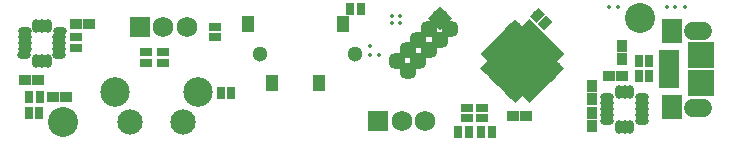
<source format=gbr>
G04 #@! TF.GenerationSoftware,KiCad,Pcbnew,(2016-12-18 revision 3ffa37c)-master*
G04 #@! TF.CreationDate,2017-03-25T21:08:44-07:00*
G04 #@! TF.ProjectId,Pensel,50656E73656C2E6B696361645F706362,rev?*
G04 #@! TF.FileFunction,Soldermask,Top*
G04 #@! TF.FilePolarity,Negative*
%FSLAX46Y46*%
G04 Gerber Fmt 4.6, Leading zero omitted, Abs format (unit mm)*
G04 Created by KiCad (PCBNEW (2016-12-18 revision 3ffa37c)-master) date Saturday, March 25, 2017 'PMt' 09:08:44 PM*
%MOMM*%
%LPD*%
G01*
G04 APERTURE LIST*
%ADD10C,0.100000*%
%ADD11C,2.540000*%
%ADD12R,1.750000X0.800000*%
%ADD13R,1.800000X2.000000*%
%ADD14R,2.300000X2.300000*%
%ADD15O,2.400000X1.520000*%
%ADD16C,0.350000*%
%ADD17R,0.800000X1.000000*%
%ADD18C,0.650000*%
%ADD19C,2.125000*%
%ADD20O,0.700000X1.150000*%
%ADD21O,1.150000X0.700000*%
%ADD22C,1.750000*%
%ADD23R,1.750000X1.750000*%
%ADD24C,0.800000*%
%ADD25R,0.900000X1.000000*%
%ADD26C,2.500000*%
%ADD27C,2.150000*%
%ADD28R,1.100000X1.400000*%
%ADD29C,1.300000*%
%ADD30R,1.000000X0.900000*%
%ADD31R,1.000000X0.800000*%
%ADD32C,1.450000*%
G04 APERTURE END LIST*
D10*
D11*
X103350000Y-140700000D03*
D12*
X105825000Y-143700000D03*
X105825000Y-144350000D03*
X105825000Y-146300000D03*
X105825000Y-145650000D03*
D13*
X106050000Y-148200000D03*
D14*
X108500000Y-146200000D03*
D15*
X108300000Y-148255000D03*
X108300000Y-141745000D03*
D14*
X108500000Y-143800000D03*
D13*
X106050000Y-141800000D03*
D12*
X105825000Y-145000000D03*
D16*
X94425000Y-143275000D03*
X83000000Y-140500000D03*
X83000000Y-141100000D03*
X94875000Y-143725000D03*
D17*
X90800000Y-150300000D03*
X89900000Y-150300000D03*
D18*
X92940381Y-141365507D03*
D10*
G36*
X92321663Y-141206408D02*
X92781282Y-140746789D01*
X93559099Y-141524606D01*
X93099480Y-141984225D01*
X92321663Y-141206408D01*
X92321663Y-141206408D01*
G37*
D18*
X92586827Y-141719060D03*
D10*
G36*
X91968109Y-141559961D02*
X92427728Y-141100342D01*
X93205545Y-141878159D01*
X92745926Y-142337778D01*
X91968109Y-141559961D01*
X91968109Y-141559961D01*
G37*
D18*
X92233274Y-142072614D03*
D10*
G36*
X91614556Y-141913515D02*
X92074175Y-141453896D01*
X92851992Y-142231713D01*
X92392373Y-142691332D01*
X91614556Y-141913515D01*
X91614556Y-141913515D01*
G37*
D18*
X91879720Y-142426167D03*
D10*
G36*
X91261002Y-142267068D02*
X91720621Y-141807449D01*
X92498438Y-142585266D01*
X92038819Y-143044885D01*
X91261002Y-142267068D01*
X91261002Y-142267068D01*
G37*
D18*
X91526167Y-142779720D03*
D10*
G36*
X90907449Y-142620621D02*
X91367068Y-142161002D01*
X92144885Y-142938819D01*
X91685266Y-143398438D01*
X90907449Y-142620621D01*
X90907449Y-142620621D01*
G37*
D18*
X91172614Y-143133274D03*
D10*
G36*
X90553896Y-142974175D02*
X91013515Y-142514556D01*
X91791332Y-143292373D01*
X91331713Y-143751992D01*
X90553896Y-142974175D01*
X90553896Y-142974175D01*
G37*
D18*
X90819060Y-143486827D03*
D10*
G36*
X90200342Y-143327728D02*
X90659961Y-142868109D01*
X91437778Y-143645926D01*
X90978159Y-144105545D01*
X90200342Y-143327728D01*
X90200342Y-143327728D01*
G37*
D18*
X90465507Y-143840381D03*
D10*
G36*
X89846789Y-143681282D02*
X90306408Y-143221663D01*
X91084225Y-143999480D01*
X90624606Y-144459099D01*
X89846789Y-143681282D01*
X89846789Y-143681282D01*
G37*
D18*
X90465507Y-144759619D03*
D10*
G36*
X90306408Y-145378337D02*
X89846789Y-144918718D01*
X90624606Y-144140901D01*
X91084225Y-144600520D01*
X90306408Y-145378337D01*
X90306408Y-145378337D01*
G37*
D18*
X90819060Y-145113173D03*
D10*
G36*
X90659961Y-145731891D02*
X90200342Y-145272272D01*
X90978159Y-144494455D01*
X91437778Y-144954074D01*
X90659961Y-145731891D01*
X90659961Y-145731891D01*
G37*
D18*
X91172614Y-145466726D03*
D10*
G36*
X91013515Y-146085444D02*
X90553896Y-145625825D01*
X91331713Y-144848008D01*
X91791332Y-145307627D01*
X91013515Y-146085444D01*
X91013515Y-146085444D01*
G37*
D18*
X91526167Y-145820280D03*
D10*
G36*
X91367068Y-146438998D02*
X90907449Y-145979379D01*
X91685266Y-145201562D01*
X92144885Y-145661181D01*
X91367068Y-146438998D01*
X91367068Y-146438998D01*
G37*
D18*
X91879720Y-146173833D03*
D10*
G36*
X91720621Y-146792551D02*
X91261002Y-146332932D01*
X92038819Y-145555115D01*
X92498438Y-146014734D01*
X91720621Y-146792551D01*
X91720621Y-146792551D01*
G37*
D18*
X92233274Y-146527386D03*
D10*
G36*
X92074175Y-147146104D02*
X91614556Y-146686485D01*
X92392373Y-145908668D01*
X92851992Y-146368287D01*
X92074175Y-147146104D01*
X92074175Y-147146104D01*
G37*
D18*
X92586827Y-146880940D03*
D10*
G36*
X92427728Y-147499658D02*
X91968109Y-147040039D01*
X92745926Y-146262222D01*
X93205545Y-146721841D01*
X92427728Y-147499658D01*
X92427728Y-147499658D01*
G37*
D18*
X92940381Y-147234493D03*
D10*
G36*
X92781282Y-147853211D02*
X92321663Y-147393592D01*
X93099480Y-146615775D01*
X93559099Y-147075394D01*
X92781282Y-147853211D01*
X92781282Y-147853211D01*
G37*
D18*
X93859619Y-147234493D03*
D10*
G36*
X93240901Y-147075394D02*
X93700520Y-146615775D01*
X94478337Y-147393592D01*
X94018718Y-147853211D01*
X93240901Y-147075394D01*
X93240901Y-147075394D01*
G37*
D18*
X94213173Y-146880940D03*
D10*
G36*
X93594455Y-146721841D02*
X94054074Y-146262222D01*
X94831891Y-147040039D01*
X94372272Y-147499658D01*
X93594455Y-146721841D01*
X93594455Y-146721841D01*
G37*
D18*
X94566726Y-146527386D03*
D10*
G36*
X93948008Y-146368287D02*
X94407627Y-145908668D01*
X95185444Y-146686485D01*
X94725825Y-147146104D01*
X93948008Y-146368287D01*
X93948008Y-146368287D01*
G37*
D18*
X94920280Y-146173833D03*
D10*
G36*
X94301562Y-146014734D02*
X94761181Y-145555115D01*
X95538998Y-146332932D01*
X95079379Y-146792551D01*
X94301562Y-146014734D01*
X94301562Y-146014734D01*
G37*
D18*
X95273833Y-145820280D03*
D10*
G36*
X94655115Y-145661181D02*
X95114734Y-145201562D01*
X95892551Y-145979379D01*
X95432932Y-146438998D01*
X94655115Y-145661181D01*
X94655115Y-145661181D01*
G37*
D18*
X95627386Y-145466726D03*
D10*
G36*
X95008668Y-145307627D02*
X95468287Y-144848008D01*
X96246104Y-145625825D01*
X95786485Y-146085444D01*
X95008668Y-145307627D01*
X95008668Y-145307627D01*
G37*
D18*
X95980940Y-145113173D03*
D10*
G36*
X95362222Y-144954074D02*
X95821841Y-144494455D01*
X96599658Y-145272272D01*
X96140039Y-145731891D01*
X95362222Y-144954074D01*
X95362222Y-144954074D01*
G37*
D18*
X96334493Y-144759619D03*
D10*
G36*
X95715775Y-144600520D02*
X96175394Y-144140901D01*
X96953211Y-144918718D01*
X96493592Y-145378337D01*
X95715775Y-144600520D01*
X95715775Y-144600520D01*
G37*
D18*
X96334493Y-143840381D03*
D10*
G36*
X96175394Y-144459099D02*
X95715775Y-143999480D01*
X96493592Y-143221663D01*
X96953211Y-143681282D01*
X96175394Y-144459099D01*
X96175394Y-144459099D01*
G37*
D18*
X95980940Y-143486827D03*
D10*
G36*
X95821841Y-144105545D02*
X95362222Y-143645926D01*
X96140039Y-142868109D01*
X96599658Y-143327728D01*
X95821841Y-144105545D01*
X95821841Y-144105545D01*
G37*
D18*
X95627386Y-143133274D03*
D10*
G36*
X95468287Y-143751992D02*
X95008668Y-143292373D01*
X95786485Y-142514556D01*
X96246104Y-142974175D01*
X95468287Y-143751992D01*
X95468287Y-143751992D01*
G37*
D18*
X95273833Y-142779720D03*
D10*
G36*
X95114734Y-143398438D02*
X94655115Y-142938819D01*
X95432932Y-142161002D01*
X95892551Y-142620621D01*
X95114734Y-143398438D01*
X95114734Y-143398438D01*
G37*
D18*
X94920280Y-142426167D03*
D10*
G36*
X94761181Y-143044885D02*
X94301562Y-142585266D01*
X95079379Y-141807449D01*
X95538998Y-142267068D01*
X94761181Y-143044885D01*
X94761181Y-143044885D01*
G37*
D18*
X94566726Y-142072614D03*
D10*
G36*
X94407627Y-142691332D02*
X93948008Y-142231713D01*
X94725825Y-141453896D01*
X95185444Y-141913515D01*
X94407627Y-142691332D01*
X94407627Y-142691332D01*
G37*
D18*
X94213173Y-141719060D03*
D10*
G36*
X94054074Y-142337778D02*
X93594455Y-141878159D01*
X94372272Y-141100342D01*
X94831891Y-141559961D01*
X94054074Y-142337778D01*
X94054074Y-142337778D01*
G37*
D18*
X93859619Y-141365507D03*
D10*
G36*
X93700520Y-141984225D02*
X93240901Y-141524606D01*
X94018718Y-140746789D01*
X94478337Y-141206408D01*
X93700520Y-141984225D01*
X93700520Y-141984225D01*
G37*
D19*
X93400000Y-145519759D03*
D10*
G36*
X91897398Y-145519759D02*
X93400000Y-144017157D01*
X94902602Y-145519759D01*
X93400000Y-147022361D01*
X91897398Y-145519759D01*
X91897398Y-145519759D01*
G37*
D19*
X94619759Y-144300000D03*
D10*
G36*
X93117157Y-144300000D02*
X94619759Y-142797398D01*
X96122361Y-144300000D01*
X94619759Y-145802602D01*
X93117157Y-144300000D01*
X93117157Y-144300000D01*
G37*
D19*
X92180241Y-144300000D03*
D10*
G36*
X90677639Y-144300000D02*
X92180241Y-142797398D01*
X93682843Y-144300000D01*
X92180241Y-145802602D01*
X90677639Y-144300000D01*
X90677639Y-144300000D01*
G37*
D19*
X93400000Y-143080241D03*
D10*
G36*
X91897398Y-143080241D02*
X93400000Y-141577639D01*
X94902602Y-143080241D01*
X93400000Y-144582843D01*
X91897398Y-143080241D01*
X91897398Y-143080241D01*
G37*
D11*
X54500000Y-149500000D03*
D16*
X107150000Y-139700000D03*
D20*
X52225000Y-141325000D03*
X52725000Y-141325000D03*
X53225000Y-141325000D03*
D21*
X54225000Y-141800000D03*
X54200000Y-142300000D03*
X54200000Y-142800000D03*
X54200000Y-143300000D03*
X54200000Y-143800000D03*
D20*
X53225000Y-144275000D03*
X52725000Y-144275000D03*
X52225000Y-144275000D03*
D21*
X51225000Y-143800000D03*
X51250000Y-143300000D03*
X51250000Y-142800000D03*
X51250000Y-142300000D03*
X51250000Y-141800000D03*
D17*
X88850000Y-150300000D03*
X87950000Y-150300000D03*
D16*
X101500000Y-139750000D03*
X100750000Y-139750000D03*
X82400000Y-140500000D03*
X82400000Y-141100000D03*
D22*
X85200000Y-149400000D03*
X83200000Y-149400000D03*
D23*
X81200000Y-149400000D03*
D16*
X81300000Y-143800000D03*
X80500000Y-143000000D03*
X80500000Y-143800000D03*
X92900000Y-142800000D03*
X92600000Y-143250000D03*
X92100000Y-143500000D03*
D24*
X94681802Y-140431802D03*
D10*
G36*
X95318198Y-140361091D02*
X94611091Y-141068198D01*
X94045406Y-140502513D01*
X94752513Y-139795406D01*
X95318198Y-140361091D01*
X95318198Y-140361091D01*
G37*
D24*
X95318198Y-141068198D03*
D10*
G36*
X95954594Y-140997487D02*
X95247487Y-141704594D01*
X94681802Y-141138909D01*
X95388909Y-140431802D01*
X95954594Y-140997487D01*
X95954594Y-140997487D01*
G37*
D21*
X100575000Y-147400000D03*
X100575000Y-147900000D03*
X100575000Y-148400000D03*
X100575000Y-148900000D03*
X100550000Y-149400000D03*
D20*
X101550000Y-149875000D03*
X102050000Y-149875000D03*
X102550000Y-149875000D03*
D21*
X103525000Y-149400000D03*
X103525000Y-148900000D03*
X103525000Y-148400000D03*
X103525000Y-147900000D03*
X103550000Y-147400000D03*
D20*
X102550000Y-146925000D03*
X102050000Y-146925000D03*
X101550000Y-146925000D03*
D25*
X101820000Y-143060000D03*
X101820000Y-144160000D03*
D16*
X106350000Y-139700000D03*
X105650000Y-139700000D03*
D26*
X58940000Y-146960000D03*
D27*
X60200000Y-149450000D03*
X64700000Y-149450000D03*
D26*
X65950000Y-146960000D03*
D28*
X72200000Y-146200000D03*
X70200000Y-141200000D03*
X76200000Y-146200000D03*
X78200000Y-141200000D03*
D29*
X79200000Y-143700000D03*
X71200000Y-143700000D03*
D25*
X99300000Y-149850000D03*
X99300000Y-148750000D03*
D30*
X56750000Y-141200000D03*
X55650000Y-141200000D03*
D25*
X99300000Y-146450000D03*
X99300000Y-147550000D03*
D30*
X51250000Y-145900000D03*
X52350000Y-145900000D03*
X93750000Y-149000000D03*
X92650000Y-149000000D03*
X101825000Y-145600000D03*
X100725000Y-145600000D03*
X53650000Y-147400000D03*
X54750000Y-147400000D03*
D31*
X88700000Y-148250000D03*
X88700000Y-149150000D03*
X90000000Y-149150000D03*
X90000000Y-148250000D03*
D32*
X86396051Y-140703949D03*
D10*
G36*
X85370746Y-140703949D02*
X86396051Y-139678644D01*
X87421356Y-140703949D01*
X86396051Y-141729254D01*
X85370746Y-140703949D01*
X85370746Y-140703949D01*
G37*
D32*
X85498025Y-141601975D03*
X84600000Y-142500000D03*
X83701974Y-143398026D03*
X82803949Y-144296051D03*
X86396051Y-142500000D03*
X85498025Y-143398026D03*
X84600000Y-144296051D03*
X83701974Y-145194077D03*
X87294077Y-141601975D03*
D23*
X61000000Y-141400000D03*
D22*
X63000000Y-141400000D03*
X65000000Y-141400000D03*
D31*
X61500000Y-143550000D03*
X61500000Y-144450000D03*
X63000000Y-144450000D03*
X63000000Y-143550000D03*
D17*
X103240000Y-144270000D03*
X104140000Y-144270000D03*
X104140000Y-145590000D03*
X103240000Y-145590000D03*
X52550000Y-147400000D03*
X51650000Y-147400000D03*
D31*
X67400000Y-142300000D03*
X67400000Y-141400000D03*
D17*
X68750000Y-147000000D03*
X67850000Y-147000000D03*
X78850000Y-139900000D03*
X79750000Y-139900000D03*
X52500000Y-148700000D03*
X51600000Y-148700000D03*
D31*
X55650000Y-142300000D03*
X55650000Y-143200000D03*
M02*

</source>
